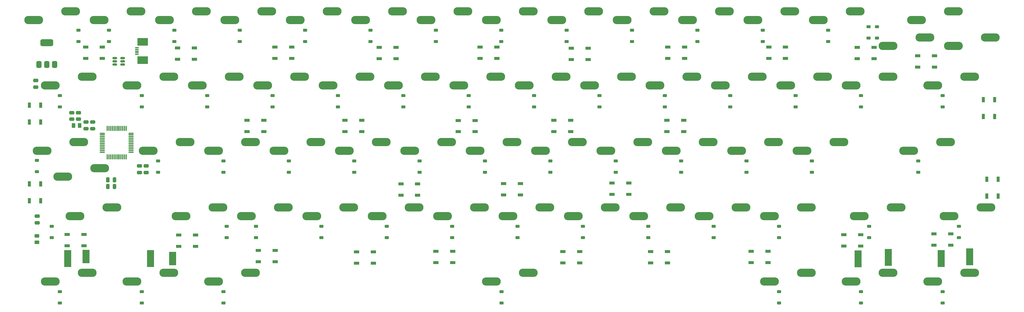
<source format=gbr>
%TF.GenerationSoftware,KiCad,Pcbnew,8.99.0-2194-gb3b7cbcab2*%
%TF.CreationDate,2024-09-18T03:27:03+07:00*%
%TF.ProjectId,Sebas_nuxros,53656261-735f-46e7-9578-726f732e6b69,rev?*%
%TF.SameCoordinates,Original*%
%TF.FileFunction,Paste,Bot*%
%TF.FilePolarity,Positive*%
%FSLAX46Y46*%
G04 Gerber Fmt 4.6, Leading zero omitted, Abs format (unit mm)*
G04 Created by KiCad (PCBNEW 8.99.0-2194-gb3b7cbcab2) date 2024-09-18 03:27:03*
%MOMM*%
%LPD*%
G01*
G04 APERTURE LIST*
G04 Aperture macros list*
%AMRoundRect*
0 Rectangle with rounded corners*
0 $1 Rounding radius*
0 $2 $3 $4 $5 $6 $7 $8 $9 X,Y pos of 4 corners*
0 Add a 4 corners polygon primitive as box body*
4,1,4,$2,$3,$4,$5,$6,$7,$8,$9,$2,$3,0*
0 Add four circle primitives for the rounded corners*
1,1,$1+$1,$2,$3*
1,1,$1+$1,$4,$5*
1,1,$1+$1,$6,$7*
1,1,$1+$1,$8,$9*
0 Add four rect primitives between the rounded corners*
20,1,$1+$1,$2,$3,$4,$5,0*
20,1,$1+$1,$4,$5,$6,$7,0*
20,1,$1+$1,$6,$7,$8,$9,0*
20,1,$1+$1,$8,$9,$2,$3,0*%
G04 Aperture macros list end*
%ADD10O,5.500000X2.410000*%
%ADD11RoundRect,0.225000X0.375000X-0.225000X0.375000X0.225000X-0.375000X0.225000X-0.375000X-0.225000X0*%
%ADD12R,1.500000X0.900000*%
%ADD13RoundRect,0.250000X-0.450000X0.262500X-0.450000X-0.262500X0.450000X-0.262500X0.450000X0.262500X0*%
%ADD14RoundRect,0.250000X-0.250000X-0.475000X0.250000X-0.475000X0.250000X0.475000X-0.250000X0.475000X0*%
%ADD15RoundRect,0.250000X-0.475000X0.250000X-0.475000X-0.250000X0.475000X-0.250000X0.475000X0.250000X0*%
%ADD16R,0.900000X1.500000*%
%ADD17RoundRect,0.375000X0.375000X-0.625000X0.375000X0.625000X-0.375000X0.625000X-0.375000X-0.625000X0*%
%ADD18RoundRect,0.500000X1.400000X-0.500000X1.400000X0.500000X-1.400000X0.500000X-1.400000X-0.500000X0*%
%ADD19RoundRect,0.150000X0.512500X0.150000X-0.512500X0.150000X-0.512500X-0.150000X0.512500X-0.150000X0*%
%ADD20RoundRect,0.075000X0.075000X-0.662500X0.075000X0.662500X-0.075000X0.662500X-0.075000X-0.662500X0*%
%ADD21RoundRect,0.075000X0.662500X-0.075000X0.662500X0.075000X-0.662500X0.075000X-0.662500X-0.075000X0*%
%ADD22RoundRect,0.250000X0.475000X-0.250000X0.475000X0.250000X-0.475000X0.250000X-0.475000X-0.250000X0*%
%ADD23RoundRect,0.250000X0.262500X0.450000X-0.262500X0.450000X-0.262500X-0.450000X0.262500X-0.450000X0*%
%ADD24R,2.000000X5.000000*%
%ADD25R,2.000000X4.000000*%
%ADD26R,1.100000X0.300000*%
%ADD27R,3.100000X2.300000*%
G04 APERTURE END LIST*
D10*
%TO.C,SW1*%
X382626280Y116570000D03*
X393376280Y119055000D03*
%TD*%
%TO.C,SW2*%
X401676280Y116570000D03*
X412426280Y119055000D03*
%TD*%
%TO.C,SW3*%
X420726280Y116570000D03*
X431476280Y119055000D03*
%TD*%
%TO.C,SW4*%
X439776280Y116570000D03*
X450526280Y119055000D03*
%TD*%
%TO.C,SW5*%
X458826280Y116570000D03*
X469576280Y119055000D03*
%TD*%
%TO.C,SW6*%
X477876280Y116570000D03*
X488626280Y119055000D03*
%TD*%
%TO.C,SW7*%
X496926280Y116570000D03*
X507676280Y119055000D03*
%TD*%
%TO.C,SW8*%
X515976280Y116570000D03*
X526726280Y119055000D03*
%TD*%
%TO.C,SW9*%
X535026280Y116570000D03*
X545776280Y119055000D03*
%TD*%
%TO.C,SW10*%
X554076280Y116570000D03*
X564826280Y119055000D03*
%TD*%
%TO.C,SW11*%
X573126280Y116570000D03*
X583876280Y119055000D03*
%TD*%
%TO.C,SW12*%
X592176280Y116570000D03*
X602926280Y119055000D03*
%TD*%
%TO.C,SW13*%
X611226280Y116570000D03*
X621976280Y119055000D03*
%TD*%
%TO.C,SW14*%
X642276280Y111470000D03*
X631526280Y108985000D03*
%TD*%
%TO.C,SW15*%
X661326280Y111470000D03*
X650576280Y108985000D03*
%TD*%
%TO.C,SW16*%
X387389280Y97520000D03*
X398139280Y100005000D03*
%TD*%
%TO.C,SW17*%
X411201280Y97520000D03*
X421951280Y100005000D03*
%TD*%
%TO.C,SW18*%
X430251280Y97520000D03*
X441001280Y100005000D03*
%TD*%
%TO.C,SW19*%
X449301280Y97520000D03*
X460051280Y100005000D03*
%TD*%
%TO.C,SW20*%
X468351280Y97520000D03*
X479101280Y100005000D03*
%TD*%
%TO.C,SW21*%
X487401280Y97520000D03*
X498151280Y100005000D03*
%TD*%
%TO.C,SW22*%
X506451280Y97520000D03*
X517201280Y100005000D03*
%TD*%
%TO.C,SW23*%
X525501280Y97520000D03*
X536251280Y100005000D03*
%TD*%
%TO.C,SW24*%
X544551280Y97520000D03*
X555301280Y100005000D03*
%TD*%
%TO.C,SW25*%
X563601280Y97520000D03*
X574351280Y100005000D03*
%TD*%
%TO.C,SW26*%
X582651280Y97520000D03*
X593401280Y100005000D03*
%TD*%
%TO.C,SW27*%
X601701280Y97520000D03*
X612451280Y100005000D03*
%TD*%
%TO.C,SW28*%
X620751280Y97520000D03*
X631501280Y100005000D03*
%TD*%
%TO.C,SW29*%
X644564280Y97520000D03*
X655314280Y100005000D03*
%TD*%
%TO.C,SW30*%
X401770280Y73370000D03*
X391020280Y70885000D03*
%TD*%
%TO.C,SW31*%
X415963780Y78470000D03*
X426713780Y80955000D03*
%TD*%
%TO.C,SW32*%
X435013780Y78470000D03*
X445763780Y80955000D03*
%TD*%
%TO.C,SW33*%
X454063780Y78470000D03*
X464813780Y80955000D03*
%TD*%
%TO.C,SW34*%
X473113780Y78470000D03*
X483863780Y80955000D03*
%TD*%
%TO.C,SW35*%
X492163780Y78470000D03*
X502913780Y80955000D03*
%TD*%
%TO.C,SW36*%
X511213780Y78470000D03*
X521963780Y80955000D03*
%TD*%
%TO.C,SW37*%
X530263780Y78470000D03*
X541013780Y80955000D03*
%TD*%
%TO.C,SW38*%
X549313780Y78470000D03*
X560063780Y80955000D03*
%TD*%
%TO.C,SW39*%
X568363780Y78470000D03*
X579113780Y80955000D03*
%TD*%
%TO.C,SW40*%
X587413780Y78470000D03*
X598163780Y80955000D03*
%TD*%
%TO.C,SW41*%
X606463780Y78470000D03*
X617213780Y80955000D03*
%TD*%
%TO.C,SW43*%
X637494380Y78470000D03*
X648244380Y80955000D03*
%TD*%
%TO.C,SW45*%
X425488780Y59420000D03*
X436238780Y61905000D03*
%TD*%
%TO.C,SW46*%
X444538780Y59420000D03*
X455288780Y61905000D03*
%TD*%
%TO.C,SW47*%
X463588780Y59420000D03*
X474338780Y61905000D03*
%TD*%
%TO.C,SW48*%
X482638780Y59420000D03*
X493388780Y61905000D03*
%TD*%
%TO.C,SW49*%
X501688780Y59420000D03*
X512438780Y61905000D03*
%TD*%
%TO.C,SW50*%
X520738780Y59420000D03*
X531488780Y61905000D03*
%TD*%
%TO.C,SW51*%
X539788780Y59420000D03*
X550538780Y61905000D03*
%TD*%
%TO.C,SW52*%
X558838780Y59420000D03*
X569588780Y61905000D03*
%TD*%
%TO.C,SW53*%
X577888780Y59420000D03*
X588638780Y61905000D03*
%TD*%
%TO.C,SW54*%
X596938780Y59420000D03*
X607688780Y61905000D03*
%TD*%
%TO.C,SW55*%
X623132780Y59420000D03*
X633882780Y61905000D03*
%TD*%
%TO.C,SW56*%
X649326280Y59420000D03*
X660076280Y61905000D03*
%TD*%
%TO.C,SW57*%
X387389280Y40370000D03*
X398139280Y42855000D03*
%TD*%
%TO.C,SW58*%
X411201280Y40370000D03*
X421951280Y42855000D03*
%TD*%
%TO.C,SW59*%
X435014280Y40370000D03*
X445764280Y42855000D03*
%TD*%
%TO.C,SW62*%
X515976280Y40370000D03*
X526726280Y42855000D03*
%TD*%
%TO.C,SW68*%
X596939280Y40370000D03*
X607689280Y42855000D03*
%TD*%
%TO.C,SW69*%
X620751280Y40370000D03*
X631501280Y42855000D03*
%TD*%
%TO.C,SW70*%
X644564280Y40370000D03*
X655314280Y42855000D03*
%TD*%
%TO.C,SW1000*%
X394606880Y59420000D03*
X405356880Y61905000D03*
%TD*%
%TO.C,SW1001*%
X385007280Y78470000D03*
X395757280Y80955000D03*
%TD*%
%TO.C,SW1002*%
X639801280Y116570000D03*
X650551280Y119055000D03*
%TD*%
D11*
%TO.C,D7*%
X499788780Y110270000D03*
X499788780Y113570000D03*
%TD*%
D12*
%TO.C,Drgb32*%
X489568780Y65490000D03*
X489568780Y68790000D03*
X494468780Y68790000D03*
X494468780Y65490000D03*
%TD*%
D11*
%TO.C,D57*%
X390251780Y34070000D03*
X390251780Y37370000D03*
%TD*%
%TO.C,D16*%
X390251780Y91220000D03*
X390251780Y94520000D03*
%TD*%
D12*
%TO.C,Drgb26*%
X478178780Y87320000D03*
X478178780Y84020000D03*
X473278780Y84020000D03*
X473278780Y87320000D03*
%TD*%
D13*
%TO.C,R1*%
X383538780Y53632500D03*
X383538780Y51807500D03*
%TD*%
D11*
%TO.C,D15*%
X625878780Y111320000D03*
X625878780Y114620000D03*
%TD*%
D12*
%TO.C,Drgb22*%
X392358780Y50760000D03*
X392358780Y54060000D03*
X397258780Y54060000D03*
X397258780Y50760000D03*
%TD*%
%TO.C,Drgb29*%
X572018780Y87330000D03*
X572018780Y84030000D03*
X567118780Y84030000D03*
X567118780Y87330000D03*
%TD*%
D11*
%TO.C,D8*%
X518838780Y110270000D03*
X518838780Y113570000D03*
%TD*%
D14*
%TO.C,C7*%
X404208780Y69990000D03*
X406108780Y69990000D03*
%TD*%
D15*
%TO.C,C1*%
X413428780Y74020000D03*
X413428780Y72120000D03*
%TD*%
D11*
%TO.C,D42*%
X387869780Y53120000D03*
X387869780Y56420000D03*
%TD*%
%TO.C,D1*%
X395640000Y110270000D03*
X395640000Y113570000D03*
%TD*%
%TO.C,D37*%
X533126280Y72170000D03*
X533126280Y75470000D03*
%TD*%
%TO.C,D13*%
X614088780Y110270000D03*
X614088780Y113570000D03*
%TD*%
D12*
%TO.C,Drgb7*%
X601658780Y108690000D03*
X601658780Y105390000D03*
X596758780Y105390000D03*
X596758780Y108690000D03*
%TD*%
D11*
%TO.C,D9*%
X537888780Y110270000D03*
X537888780Y113570000D03*
%TD*%
D12*
%TO.C,Drgb1*%
X429398780Y108430000D03*
X429398780Y105130000D03*
X424498780Y105130000D03*
X424498780Y108430000D03*
%TD*%
D16*
%TO.C,Drgb10*%
X662598780Y88440000D03*
X659298780Y88440000D03*
X659298780Y93340000D03*
X662598780Y93340000D03*
%TD*%
D11*
%TO.C,D30*%
X383558780Y72310000D03*
X383558780Y75610000D03*
%TD*%
D12*
%TO.C,Drgb19*%
X448028780Y46130000D03*
X448028780Y49430000D03*
X452928780Y49430000D03*
X452928780Y46130000D03*
%TD*%
D11*
%TO.C,D62*%
X518888780Y34120000D03*
X518888780Y37420000D03*
%TD*%
%TO.C,D35*%
X495026280Y72170000D03*
X495026280Y75470000D03*
%TD*%
D12*
%TO.C,Drgb18*%
X476678780Y45650000D03*
X476678780Y48950000D03*
X481578780Y48950000D03*
X481578780Y45650000D03*
%TD*%
D11*
%TO.C,D3*%
X423588780Y110270000D03*
X423588780Y113570000D03*
%TD*%
D15*
%TO.C,C9*%
X395668780Y89550000D03*
X395668780Y87650000D03*
%TD*%
D11*
%TO.C,D11*%
X575988780Y110270000D03*
X575988780Y113570000D03*
%TD*%
%TO.C,D22*%
X509313780Y91220000D03*
X509313780Y94520000D03*
%TD*%
D17*
%TO.C,U2*%
X388700000Y103621455D03*
X386400000Y103621455D03*
D18*
X386400000Y109921455D03*
D17*
X384100000Y103621455D03*
%TD*%
D11*
%TO.C,D26*%
X585513780Y91220000D03*
X585513780Y94520000D03*
%TD*%
D15*
%TO.C,C10*%
X383638780Y59370000D03*
X383638780Y57470000D03*
%TD*%
D12*
%TO.C,Drgb4*%
X517578780Y108650000D03*
X517578780Y105350000D03*
X512678780Y105350000D03*
X512678780Y108650000D03*
%TD*%
D11*
%TO.C,D59*%
X437876780Y34070000D03*
X437876780Y37370000D03*
%TD*%
D12*
%TO.C,Drgb15*%
X562318780Y45790000D03*
X562318780Y49090000D03*
X567218780Y49090000D03*
X567218780Y45790000D03*
%TD*%
D11*
%TO.C,D24*%
X547413780Y91220000D03*
X547413780Y94520000D03*
%TD*%
%TO.C,D34*%
X475976280Y72170000D03*
X475976280Y75470000D03*
%TD*%
%TO.C,D40*%
X590276280Y72170000D03*
X590276280Y75470000D03*
%TD*%
%TO.C,D46*%
X447401280Y53120000D03*
X447401280Y56420000D03*
%TD*%
%TO.C,D51*%
X542651280Y53120000D03*
X542651280Y56420000D03*
%TD*%
%TO.C,D29*%
X647426780Y91220000D03*
X647426780Y94520000D03*
%TD*%
D15*
%TO.C,C6*%
X415388780Y74020000D03*
X415388780Y72120000D03*
%TD*%
D12*
%TO.C,Drgb31*%
X519528780Y65590000D03*
X519528780Y68890000D03*
X524428780Y68890000D03*
X524428780Y65590000D03*
%TD*%
D11*
%TO.C,D33*%
X456926280Y72170000D03*
X456926280Y75470000D03*
%TD*%
%TO.C,D4*%
X442638780Y110270000D03*
X442638780Y113570000D03*
%TD*%
%TO.C,D52*%
X561701280Y53120000D03*
X561701280Y56420000D03*
%TD*%
%TO.C,D58*%
X414063780Y34070000D03*
X414063780Y37370000D03*
%TD*%
%TO.C,D41*%
X609326280Y72170000D03*
X609326280Y75470000D03*
%TD*%
D19*
%TO.C,U3*%
X408526280Y105470000D03*
X408526280Y104520000D03*
X408526280Y103570000D03*
X406251280Y103570000D03*
X406251280Y104520000D03*
X406251280Y105470000D03*
%TD*%
D12*
%TO.C,Drgb6*%
X572218780Y108660000D03*
X572218780Y105360000D03*
X567318780Y105360000D03*
X567318780Y108660000D03*
%TD*%
D11*
%TO.C,D32*%
X437876280Y72170000D03*
X437876280Y75470000D03*
%TD*%
D12*
%TO.C,Drgb8*%
X627428780Y108560000D03*
X627428780Y105260000D03*
X622528780Y105260000D03*
X622528780Y108560000D03*
%TD*%
%TO.C,Drgb30*%
X551048780Y65750000D03*
X551048780Y69050000D03*
X555948780Y69050000D03*
X555948780Y65750000D03*
%TD*%
D11*
%TO.C,D50*%
X523601280Y53120000D03*
X523601280Y56420000D03*
%TD*%
%TO.C,D25*%
X566463780Y91220000D03*
X566463780Y94520000D03*
%TD*%
D12*
%TO.C,Drgb21*%
X424820000Y50630000D03*
X424820000Y53930000D03*
X429720000Y53930000D03*
X429720000Y50630000D03*
%TD*%
D11*
%TO.C,D19*%
X452163780Y91220000D03*
X452163780Y94520000D03*
%TD*%
D12*
%TO.C,Drgb9*%
X645048780Y106140000D03*
X645048780Y102840000D03*
X640148780Y102840000D03*
X640148780Y106140000D03*
%TD*%
D11*
%TO.C,D68*%
X599801780Y34070000D03*
X599801780Y37370000D03*
%TD*%
%TO.C,D54*%
X599801280Y53120000D03*
X599801280Y56420000D03*
%TD*%
D12*
%TO.C,Drgb5*%
X544118780Y108320000D03*
X544118780Y105020000D03*
X539218780Y105020000D03*
X539218780Y108320000D03*
%TD*%
%TO.C,Drgb28*%
X539018780Y87340000D03*
X539018780Y84040000D03*
X534118780Y84040000D03*
X534118780Y87340000D03*
%TD*%
D11*
%TO.C,D53*%
X580751280Y53120000D03*
X580751280Y56420000D03*
%TD*%
%TO.C,D27*%
X604563780Y91220000D03*
X604563780Y94520000D03*
%TD*%
%TO.C,D23*%
X528363780Y91220000D03*
X528363780Y94520000D03*
%TD*%
%TO.C,D6*%
X480738780Y110270000D03*
X480738780Y113570000D03*
%TD*%
D12*
%TO.C,Drgb12*%
X644930000Y50930000D03*
X644930000Y54230000D03*
X649830000Y54230000D03*
X649830000Y50930000D03*
%TD*%
D11*
%TO.C,D39*%
X571226280Y72170000D03*
X571226280Y75470000D03*
%TD*%
%TO.C,D45*%
X438850000Y53120000D03*
X438850000Y56420000D03*
%TD*%
%TO.C,D31*%
X418826280Y72170000D03*
X418826280Y75470000D03*
%TD*%
%TO.C,D18*%
X433113780Y91220000D03*
X433113780Y94520000D03*
%TD*%
D12*
%TO.C,Drgb27*%
X511218780Y87290000D03*
X511218780Y83990000D03*
X506318780Y83990000D03*
X506318780Y87290000D03*
%TD*%
D11*
%TO.C,D38*%
X552176280Y72170000D03*
X552176280Y75470000D03*
%TD*%
D20*
%TO.C,Ud1*%
X409518780Y76647500D03*
X409018780Y76647500D03*
X408518780Y76647500D03*
X408018780Y76647500D03*
X407518780Y76647500D03*
X407018780Y76647500D03*
X406518780Y76647500D03*
X406018780Y76647500D03*
X405518780Y76647500D03*
X405018780Y76647500D03*
X404518780Y76647500D03*
X404018780Y76647500D03*
D21*
X402606280Y78060000D03*
X402606280Y78560000D03*
X402606280Y79060000D03*
X402606280Y79560000D03*
X402606280Y80060000D03*
X402606280Y80560000D03*
X402606280Y81060000D03*
X402606280Y81560000D03*
X402606280Y82060000D03*
X402606280Y82560000D03*
X402606280Y83060000D03*
X402606280Y83560000D03*
D20*
X404018780Y84972500D03*
X404518780Y84972500D03*
X405018780Y84972500D03*
X405518780Y84972500D03*
X406018780Y84972500D03*
X406518780Y84972500D03*
X407018780Y84972500D03*
X407518780Y84972500D03*
X408018780Y84972500D03*
X408518780Y84972500D03*
X409018780Y84972500D03*
X409518780Y84972500D03*
D21*
X410931280Y83560000D03*
X410931280Y83060000D03*
X410931280Y82560000D03*
X410931280Y82060000D03*
X410931280Y81560000D03*
X410931280Y81060000D03*
X410931280Y80560000D03*
X410931280Y80060000D03*
X410931280Y79560000D03*
X410931280Y79060000D03*
X410931280Y78560000D03*
X410931280Y78060000D03*
%TD*%
D11*
%TO.C,D10*%
X556938780Y110270000D03*
X556938780Y113570000D03*
%TD*%
D12*
%TO.C,Drgb2*%
X457768780Y108690000D03*
X457768780Y105390000D03*
X452868780Y105390000D03*
X452868780Y108690000D03*
%TD*%
D11*
%TO.C,D5*%
X461688780Y110270000D03*
X461688780Y113570000D03*
%TD*%
D12*
%TO.C,Drgb3*%
X488188780Y108590000D03*
X488188780Y105290000D03*
X483288780Y105290000D03*
X483288780Y108590000D03*
%TD*%
D14*
%TO.C,C2*%
X404208780Y68020000D03*
X406108780Y68020000D03*
%TD*%
D16*
%TO.C,Drgb24*%
X381308780Y91710000D03*
X384608780Y91710000D03*
X384608780Y86810000D03*
X381308780Y86810000D03*
%TD*%
D11*
%TO.C,D14*%
X628258780Y111322500D03*
X628258780Y114622500D03*
%TD*%
%TO.C,D21*%
X490263780Y91220000D03*
X490263780Y94520000D03*
%TD*%
D12*
%TO.C,Drgb17*%
X499748780Y45820000D03*
X499748780Y49120000D03*
X504648780Y49120000D03*
X504648780Y45820000D03*
%TD*%
D11*
%TO.C,D28*%
X623613780Y91220000D03*
X623613780Y94520000D03*
%TD*%
%TO.C,D55*%
X625995280Y53120000D03*
X625995280Y56420000D03*
%TD*%
%TO.C,D36*%
X514076280Y72170000D03*
X514076280Y75470000D03*
%TD*%
D12*
%TO.C,Drgb14*%
X591658780Y45830000D03*
X591658780Y49130000D03*
X596558780Y49130000D03*
X596558780Y45830000D03*
%TD*%
D11*
%TO.C,D70*%
X647426780Y34070000D03*
X647426780Y37370000D03*
%TD*%
%TO.C,D17*%
X414063780Y91220000D03*
X414063780Y94520000D03*
%TD*%
%TO.C,D69*%
X623613780Y34070000D03*
X623613780Y37370000D03*
%TD*%
%TO.C,D48*%
X485501280Y53120000D03*
X485501280Y56420000D03*
%TD*%
%TO.C,D2*%
X404538780Y110270000D03*
X404538780Y113570000D03*
%TD*%
%TO.C,D56*%
X652188780Y53120000D03*
X652188780Y56420000D03*
%TD*%
D12*
%TO.C,Drgb16*%
X536788780Y45770000D03*
X536788780Y49070000D03*
X541688780Y49070000D03*
X541688780Y45770000D03*
%TD*%
D16*
%TO.C,Drgb23*%
X381308780Y68810000D03*
X384608780Y68810000D03*
X384608780Y63910000D03*
X381308780Y63910000D03*
%TD*%
D11*
%TO.C,D43*%
X640356880Y72170000D03*
X640356880Y75470000D03*
%TD*%
%TO.C,D20*%
X471213780Y91220000D03*
X471213780Y94520000D03*
%TD*%
%TO.C,D49*%
X504551280Y53120000D03*
X504551280Y56420000D03*
%TD*%
D12*
%TO.C,Drgb20*%
X402608780Y108660000D03*
X402608780Y105360000D03*
X397708780Y105360000D03*
X397708780Y108660000D03*
%TD*%
%TO.C,Drgb25*%
X449658780Y87340000D03*
X449658780Y84040000D03*
X444758780Y84040000D03*
X444758780Y87340000D03*
%TD*%
D15*
%TO.C,C4*%
X393678780Y89550000D03*
X393678780Y87650000D03*
%TD*%
%TO.C,C3*%
X397838780Y86820000D03*
X397838780Y84920000D03*
%TD*%
D22*
%TO.C,C5*%
X383208780Y97020000D03*
X383208780Y98920000D03*
%TD*%
D11*
%TO.C,D47*%
X466451280Y53120000D03*
X466451280Y56420000D03*
%TD*%
D12*
%TO.C,Drgb13*%
X618650000Y50710000D03*
X618650000Y54010000D03*
X623550000Y54010000D03*
X623550000Y50710000D03*
%TD*%
D15*
%TO.C,C8*%
X399818780Y86820000D03*
X399818780Y84920000D03*
%TD*%
D23*
%TO.C,R2*%
X395998780Y85840000D03*
X394173780Y85840000D03*
%TD*%
D11*
%TO.C,D12*%
X595038780Y110270000D03*
X595038780Y113570000D03*
%TD*%
D16*
%TO.C,Drgb11*%
X663618780Y65260000D03*
X660318780Y65260000D03*
X660318780Y70160000D03*
X663618780Y70160000D03*
%TD*%
D24*
%TO.C,*%
X392527000Y47010000D03*
%TD*%
%TO.C,*%
X622827000Y46970188D03*
%TD*%
D25*
%TO.C,*%
X397827000Y47660000D03*
%TD*%
D24*
%TO.C,*%
X631627000Y47410000D03*
%TD*%
%TO.C,*%
X416627000Y47010000D03*
%TD*%
%TO.C,*%
X655327000Y47510000D03*
%TD*%
%TO.C,*%
X647027000Y47010000D03*
%TD*%
D25*
%TO.C,*%
X423027000Y47010000D03*
%TD*%
D26*
%TO.C,J1*%
X412630000Y108520000D03*
X412630000Y108020000D03*
X412630000Y107520000D03*
X412630000Y107020000D03*
X412630000Y106520000D03*
D27*
X414330000Y110190000D03*
X414330000Y104850000D03*
%TD*%
M02*

</source>
